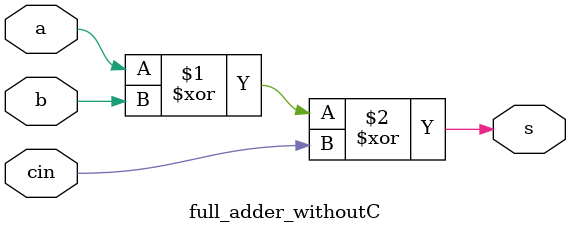
<source format=v>
module full_adder_withoutC (input a, input b, input cin, output s);
    xor(s, a, b, cin);
endmodule

</source>
